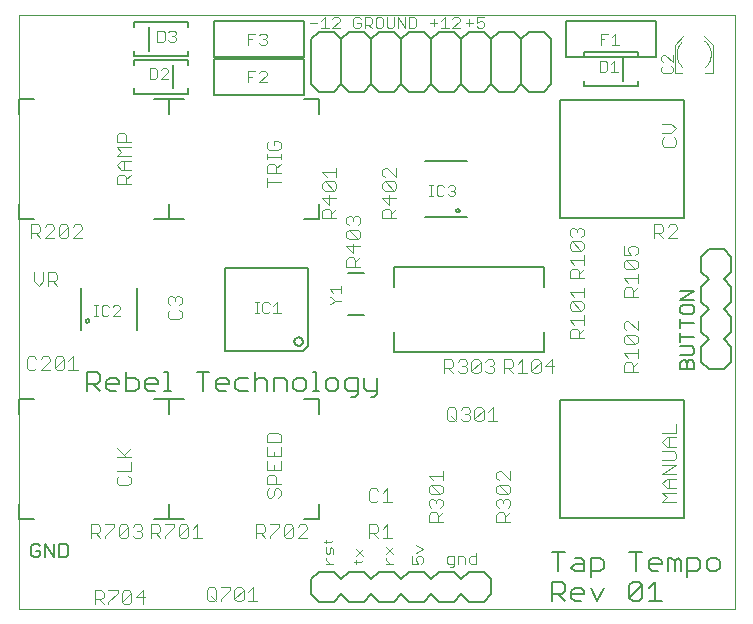
<source format=gto>
G75*
G70*
%OFA0B0*%
%FSLAX24Y24*%
%IPPOS*%
%LPD*%
%AMOC8*
5,1,8,0,0,1.08239X$1,22.5*
%
%ADD10C,0.0000*%
%ADD11C,0.0060*%
%ADD12C,0.0030*%
%ADD13C,0.0040*%
%ADD14C,0.0080*%
%ADD15C,0.0050*%
D10*
X003791Y000319D02*
X027661Y000319D01*
X027661Y020119D01*
X003791Y020119D01*
X003791Y000319D01*
D11*
X006071Y007599D02*
X006071Y008239D01*
X006392Y008239D01*
X006498Y008132D01*
X006498Y007919D01*
X006392Y007812D01*
X006071Y007812D01*
X006285Y007812D02*
X006498Y007599D01*
X006716Y007705D02*
X006716Y007919D01*
X006823Y008026D01*
X007036Y008026D01*
X007143Y007919D01*
X007143Y007812D01*
X006716Y007812D01*
X006716Y007705D02*
X006823Y007599D01*
X007036Y007599D01*
X007360Y007599D02*
X007681Y007599D01*
X007788Y007705D01*
X007788Y007919D01*
X007681Y008026D01*
X007360Y008026D01*
X007360Y008239D02*
X007360Y007599D01*
X008005Y007705D02*
X008005Y007919D01*
X008112Y008026D01*
X008325Y008026D01*
X008432Y007919D01*
X008432Y007812D01*
X008005Y007812D01*
X008005Y007705D02*
X008112Y007599D01*
X008325Y007599D01*
X008650Y007599D02*
X008863Y007599D01*
X008756Y007599D02*
X008756Y008239D01*
X008650Y008239D01*
X009724Y008239D02*
X010151Y008239D01*
X009937Y008239D02*
X009937Y007599D01*
X010368Y007705D02*
X010368Y007919D01*
X010475Y008026D01*
X010689Y008026D01*
X010795Y007919D01*
X010795Y007812D01*
X010368Y007812D01*
X010368Y007705D02*
X010475Y007599D01*
X010689Y007599D01*
X011013Y007705D02*
X011120Y007599D01*
X011440Y007599D01*
X011657Y007599D02*
X011657Y008239D01*
X011764Y008026D02*
X011657Y007919D01*
X011764Y008026D02*
X011978Y008026D01*
X012085Y007919D01*
X012085Y007599D01*
X012302Y007599D02*
X012302Y008026D01*
X012622Y008026D01*
X012729Y007919D01*
X012729Y007599D01*
X012947Y007705D02*
X013053Y007599D01*
X013267Y007599D01*
X013374Y007705D01*
X013374Y007919D01*
X013267Y008026D01*
X013053Y008026D01*
X012947Y007919D01*
X012947Y007705D01*
X013591Y007599D02*
X013805Y007599D01*
X013698Y007599D02*
X013698Y008239D01*
X013591Y008239D01*
X014021Y007919D02*
X014021Y007705D01*
X014128Y007599D01*
X014341Y007599D01*
X014448Y007705D01*
X014448Y007919D01*
X014341Y008026D01*
X014128Y008026D01*
X014021Y007919D01*
X014665Y007919D02*
X014665Y007705D01*
X014772Y007599D01*
X015092Y007599D01*
X015092Y007492D02*
X015092Y008026D01*
X014772Y008026D01*
X014665Y007919D01*
X015092Y007492D02*
X014986Y007385D01*
X014879Y007385D01*
X015310Y007705D02*
X015417Y007599D01*
X015737Y007599D01*
X015737Y007492D02*
X015630Y007385D01*
X015523Y007385D01*
X015737Y007492D02*
X015737Y008026D01*
X015310Y008026D02*
X015310Y007705D01*
X013421Y009078D02*
X013282Y008939D01*
X010661Y008939D01*
X010661Y011699D01*
X013421Y011699D01*
X013421Y009078D01*
X012980Y009239D02*
X012982Y009262D01*
X012988Y009285D01*
X012997Y009306D01*
X013010Y009326D01*
X013026Y009343D01*
X013044Y009357D01*
X013064Y009368D01*
X013086Y009376D01*
X013109Y009380D01*
X013133Y009380D01*
X013156Y009376D01*
X013178Y009368D01*
X013198Y009357D01*
X013216Y009343D01*
X013232Y009326D01*
X013245Y009306D01*
X013254Y009285D01*
X013260Y009262D01*
X013262Y009239D01*
X013260Y009216D01*
X013254Y009193D01*
X013245Y009172D01*
X013232Y009152D01*
X013216Y009135D01*
X013198Y009121D01*
X013178Y009110D01*
X013156Y009102D01*
X013133Y009098D01*
X013109Y009098D01*
X013086Y009102D01*
X013064Y009110D01*
X013044Y009121D01*
X013026Y009135D01*
X013010Y009152D01*
X012997Y009172D01*
X012988Y009193D01*
X012982Y009216D01*
X012980Y009239D01*
X011440Y008026D02*
X011120Y008026D01*
X011013Y007919D01*
X011013Y007705D01*
X007721Y009609D02*
X007721Y011028D01*
X005861Y011028D02*
X005861Y009609D01*
X013791Y017569D02*
X014291Y017569D01*
X014541Y017819D01*
X014541Y019319D01*
X014791Y019569D01*
X015291Y019569D01*
X015541Y019319D01*
X015541Y017819D01*
X015791Y017569D01*
X016291Y017569D01*
X016541Y017819D01*
X016541Y019319D01*
X016791Y019569D01*
X017291Y019569D01*
X017541Y019319D01*
X017541Y017819D01*
X017791Y017569D01*
X018291Y017569D01*
X018541Y017819D01*
X018541Y019319D01*
X018791Y019569D01*
X019291Y019569D01*
X019541Y019319D01*
X019541Y017819D01*
X019791Y017569D01*
X020291Y017569D01*
X020541Y017819D01*
X020541Y019319D01*
X020791Y019569D01*
X021291Y019569D01*
X021541Y019319D01*
X021541Y017819D01*
X021291Y017569D01*
X020791Y017569D01*
X020541Y017819D01*
X019541Y017819D02*
X019291Y017569D01*
X018791Y017569D01*
X018541Y017819D01*
X017541Y017819D02*
X017291Y017569D01*
X016791Y017569D01*
X016541Y017819D01*
X015541Y017819D02*
X015291Y017569D01*
X014791Y017569D01*
X014541Y017819D01*
X013791Y017569D02*
X013541Y017819D01*
X013541Y019319D01*
X013791Y019569D01*
X014291Y019569D01*
X014541Y019319D01*
X015541Y019319D02*
X015791Y019569D01*
X016291Y019569D01*
X016541Y019319D01*
X017541Y019319D02*
X017791Y019569D01*
X018291Y019569D01*
X018541Y019319D01*
X019541Y019319D02*
X019791Y019569D01*
X020291Y019569D01*
X020541Y019319D01*
X018751Y015249D02*
X017332Y015249D01*
X017332Y013389D02*
X018751Y013389D01*
X021571Y002239D02*
X021998Y002239D01*
X021785Y002239D02*
X021785Y001599D01*
X021892Y001239D02*
X021571Y001239D01*
X021571Y000599D01*
X021571Y000812D02*
X021892Y000812D01*
X021998Y000919D01*
X021998Y001132D01*
X021892Y001239D01*
X022216Y000919D02*
X022323Y001026D01*
X022536Y001026D01*
X022643Y000919D01*
X022643Y000812D01*
X022216Y000812D01*
X022216Y000705D02*
X022216Y000919D01*
X022216Y000705D02*
X022323Y000599D01*
X022536Y000599D01*
X022860Y001026D02*
X023074Y000599D01*
X023288Y001026D01*
X022860Y001385D02*
X022860Y002026D01*
X023181Y002026D01*
X023288Y001919D01*
X023288Y001705D01*
X023181Y001599D01*
X022860Y001599D01*
X022643Y001599D02*
X022643Y001919D01*
X022536Y002026D01*
X022323Y002026D01*
X022323Y001812D02*
X022643Y001812D01*
X022643Y001599D02*
X022323Y001599D01*
X022216Y001705D01*
X022323Y001812D01*
X021785Y000812D02*
X021998Y000599D01*
X024150Y000705D02*
X024256Y000599D01*
X024470Y000599D01*
X024577Y000705D01*
X024577Y001132D01*
X024150Y000705D01*
X024150Y001132D01*
X024256Y001239D01*
X024470Y001239D01*
X024577Y001132D01*
X024794Y001026D02*
X025008Y001239D01*
X025008Y000599D01*
X025221Y000599D02*
X024794Y000599D01*
X024901Y001599D02*
X024794Y001705D01*
X024794Y001919D01*
X024901Y002026D01*
X025114Y002026D01*
X025221Y001919D01*
X025221Y001812D01*
X024794Y001812D01*
X024901Y001599D02*
X025114Y001599D01*
X025439Y001599D02*
X025439Y002026D01*
X025545Y002026D01*
X025652Y001919D01*
X025759Y002026D01*
X025866Y001919D01*
X025866Y001599D01*
X025652Y001599D02*
X025652Y001919D01*
X026083Y002026D02*
X026083Y001385D01*
X026083Y001599D02*
X026404Y001599D01*
X026510Y001705D01*
X026510Y001919D01*
X026404Y002026D01*
X026083Y002026D01*
X026728Y001919D02*
X026728Y001705D01*
X026835Y001599D01*
X027048Y001599D01*
X027155Y001705D01*
X027155Y001919D01*
X027048Y002026D01*
X026835Y002026D01*
X026728Y001919D01*
X024577Y002239D02*
X024150Y002239D01*
X024363Y002239D02*
X024363Y001599D01*
D12*
X019040Y001834D02*
X018855Y001834D01*
X018793Y001895D01*
X018793Y002019D01*
X018855Y002081D01*
X019040Y002081D01*
X019040Y002204D02*
X019040Y001834D01*
X018672Y001834D02*
X018672Y002019D01*
X018610Y002081D01*
X018425Y002081D01*
X018425Y001834D01*
X018303Y001834D02*
X018118Y001834D01*
X018056Y001895D01*
X018056Y002019D01*
X018118Y002081D01*
X018303Y002081D01*
X018303Y001772D01*
X018242Y001710D01*
X018180Y001710D01*
X017276Y001895D02*
X017215Y001834D01*
X017276Y001895D02*
X017276Y002019D01*
X017215Y002081D01*
X017091Y002081D01*
X017030Y002019D01*
X017030Y001957D01*
X017091Y001834D01*
X016906Y001834D01*
X016906Y002081D01*
X017030Y002202D02*
X017276Y002325D01*
X017030Y002449D01*
X016276Y002387D02*
X016030Y002141D01*
X016030Y002019D02*
X016030Y001957D01*
X016153Y001834D01*
X016276Y001834D02*
X016030Y001834D01*
X016276Y002141D02*
X016030Y002387D01*
X015276Y002326D02*
X015030Y002079D01*
X015030Y001957D02*
X015030Y001834D01*
X014968Y001895D02*
X015215Y001895D01*
X015276Y001957D01*
X015276Y002079D02*
X015030Y002326D01*
X014276Y002326D02*
X014276Y002141D01*
X014153Y002202D02*
X014153Y002326D01*
X014215Y002387D01*
X014276Y002326D01*
X014153Y002202D02*
X014091Y002141D01*
X014030Y002202D01*
X014030Y002387D01*
X014030Y002509D02*
X014030Y002632D01*
X013968Y002571D02*
X014215Y002571D01*
X014276Y002632D01*
X014030Y002019D02*
X014030Y001957D01*
X014153Y001834D01*
X014276Y001834D02*
X014030Y001834D01*
X007167Y010084D02*
X006920Y010084D01*
X007167Y010331D01*
X007167Y010392D01*
X007105Y010454D01*
X006982Y010454D01*
X006920Y010392D01*
X006799Y010392D02*
X006737Y010454D01*
X006614Y010454D01*
X006552Y010392D01*
X006552Y010145D01*
X006614Y010084D01*
X006737Y010084D01*
X006799Y010145D01*
X006430Y010084D02*
X006306Y010084D01*
X006368Y010084D02*
X006368Y010454D01*
X006306Y010454D02*
X006430Y010454D01*
X011664Y010554D02*
X011788Y010554D01*
X011726Y010554D02*
X011726Y010184D01*
X011664Y010184D02*
X011788Y010184D01*
X011910Y010245D02*
X011971Y010184D01*
X012095Y010184D01*
X012157Y010245D01*
X012278Y010184D02*
X012525Y010184D01*
X012402Y010184D02*
X012402Y010554D01*
X012278Y010431D01*
X012157Y010492D02*
X012095Y010554D01*
X011971Y010554D01*
X011910Y010492D01*
X011910Y010245D01*
X014156Y010484D02*
X014218Y010484D01*
X014341Y010607D01*
X014526Y010607D01*
X014341Y010607D02*
X014218Y010731D01*
X014156Y010731D01*
X014280Y010852D02*
X014156Y010975D01*
X014526Y010975D01*
X014526Y010852D02*
X014526Y011099D01*
X012053Y017884D02*
X011806Y017884D01*
X012053Y018131D01*
X012053Y018192D01*
X011992Y018254D01*
X011868Y018254D01*
X011806Y018192D01*
X011685Y018254D02*
X011438Y018254D01*
X011438Y017884D01*
X011438Y018069D02*
X011562Y018069D01*
X011438Y019134D02*
X011438Y019504D01*
X011685Y019504D01*
X011806Y019442D02*
X011868Y019504D01*
X011992Y019504D01*
X012053Y019442D01*
X012053Y019381D01*
X011992Y019319D01*
X012053Y019257D01*
X012053Y019195D01*
X011992Y019134D01*
X011868Y019134D01*
X011806Y019195D01*
X011930Y019319D02*
X011992Y019319D01*
X011562Y019319D02*
X011438Y019319D01*
X013504Y019869D02*
X013751Y019869D01*
X013872Y019931D02*
X013996Y020054D01*
X013996Y019684D01*
X014119Y019684D02*
X013872Y019684D01*
X014241Y019684D02*
X014487Y019931D01*
X014487Y019992D01*
X014426Y020054D01*
X014302Y020054D01*
X014241Y019992D01*
X014241Y019684D02*
X014487Y019684D01*
X014951Y019745D02*
X015013Y019684D01*
X015137Y019684D01*
X015198Y019745D01*
X015198Y019869D01*
X015075Y019869D01*
X015198Y019992D02*
X015137Y020054D01*
X015013Y020054D01*
X014951Y019992D01*
X014951Y019745D01*
X015320Y019684D02*
X015320Y020054D01*
X015505Y020054D01*
X015567Y019992D01*
X015567Y019869D01*
X015505Y019807D01*
X015320Y019807D01*
X015443Y019807D02*
X015567Y019684D01*
X015688Y019745D02*
X015688Y019992D01*
X015750Y020054D01*
X015873Y020054D01*
X015935Y019992D01*
X015935Y019745D01*
X015873Y019684D01*
X015750Y019684D01*
X015688Y019745D01*
X016056Y019745D02*
X016056Y020054D01*
X016303Y020054D02*
X016303Y019745D01*
X016242Y019684D01*
X016118Y019684D01*
X016056Y019745D01*
X016425Y019684D02*
X016425Y020054D01*
X016672Y019684D01*
X016672Y020054D01*
X016793Y020054D02*
X016793Y019684D01*
X016978Y019684D01*
X017040Y019745D01*
X017040Y019992D01*
X016978Y020054D01*
X016793Y020054D01*
X017504Y019869D02*
X017751Y019869D01*
X017872Y019931D02*
X017996Y020054D01*
X017996Y019684D01*
X018119Y019684D02*
X017872Y019684D01*
X017627Y019745D02*
X017627Y019992D01*
X018241Y019992D02*
X018302Y020054D01*
X018426Y020054D01*
X018487Y019992D01*
X018487Y019931D01*
X018241Y019684D01*
X018487Y019684D01*
X018688Y019869D02*
X018935Y019869D01*
X019056Y019869D02*
X019180Y019931D01*
X019242Y019931D01*
X019303Y019869D01*
X019303Y019745D01*
X019242Y019684D01*
X019118Y019684D01*
X019056Y019745D01*
X019056Y019869D02*
X019056Y020054D01*
X019303Y020054D01*
X018812Y019992D02*
X018812Y019745D01*
X023188Y019504D02*
X023188Y019134D01*
X023188Y019319D02*
X023312Y019319D01*
X023188Y019504D02*
X023435Y019504D01*
X023556Y019381D02*
X023680Y019504D01*
X023680Y019134D01*
X023803Y019134D02*
X023556Y019134D01*
X023648Y018604D02*
X023648Y018234D01*
X023525Y018234D02*
X023772Y018234D01*
X023525Y018481D02*
X023648Y018604D01*
X023403Y018542D02*
X023403Y018295D01*
X023342Y018234D01*
X023156Y018234D01*
X023156Y018604D01*
X023342Y018604D01*
X023403Y018542D01*
X025217Y018614D02*
X025279Y018552D01*
X025217Y018614D02*
X025217Y018737D01*
X025279Y018799D01*
X025341Y018799D01*
X025587Y018552D01*
X025587Y018799D01*
X025526Y018431D02*
X025587Y018369D01*
X025587Y018246D01*
X025526Y018184D01*
X025279Y018184D01*
X025217Y018246D01*
X025217Y018369D01*
X025279Y018431D01*
X009022Y019295D02*
X008960Y019234D01*
X008836Y019234D01*
X008775Y019295D01*
X008653Y019295D02*
X008653Y019542D01*
X008592Y019604D01*
X008406Y019604D01*
X008406Y019234D01*
X008592Y019234D01*
X008653Y019295D01*
X008898Y019419D02*
X008960Y019419D01*
X009022Y019357D01*
X009022Y019295D01*
X008960Y019419D02*
X009022Y019481D01*
X009022Y019542D01*
X008960Y019604D01*
X008836Y019604D01*
X008775Y019542D01*
X008710Y018354D02*
X008586Y018354D01*
X008525Y018292D01*
X008403Y018292D02*
X008342Y018354D01*
X008156Y018354D01*
X008156Y017984D01*
X008342Y017984D01*
X008403Y018045D01*
X008403Y018292D01*
X008710Y018354D02*
X008772Y018292D01*
X008772Y018231D01*
X008525Y017984D01*
X008772Y017984D01*
D13*
X007291Y016185D02*
X007138Y016185D01*
X007061Y016108D01*
X007061Y015878D01*
X007521Y015878D01*
X007368Y015878D02*
X007368Y016108D01*
X007291Y016185D01*
X007061Y015725D02*
X007521Y015725D01*
X007521Y015418D02*
X007061Y015418D01*
X007214Y015571D01*
X007061Y015725D01*
X007214Y015264D02*
X007521Y015264D01*
X007291Y015264D02*
X007291Y014957D01*
X007214Y014957D02*
X007521Y014957D01*
X007521Y014804D02*
X007368Y014651D01*
X007368Y014727D02*
X007368Y014497D01*
X007521Y014497D02*
X007061Y014497D01*
X007061Y014727D01*
X007138Y014804D01*
X007291Y014804D01*
X007368Y014727D01*
X007214Y014957D02*
X007061Y015111D01*
X007214Y015264D01*
X005823Y013149D02*
X005669Y013149D01*
X005593Y013072D01*
X005439Y013072D02*
X005132Y012765D01*
X005209Y012689D01*
X005362Y012689D01*
X005439Y012765D01*
X005439Y013072D01*
X005362Y013149D01*
X005209Y013149D01*
X005132Y013072D01*
X005132Y012765D01*
X004979Y012689D02*
X004672Y012689D01*
X004979Y012996D01*
X004979Y013072D01*
X004902Y013149D01*
X004749Y013149D01*
X004672Y013072D01*
X004518Y013072D02*
X004518Y012919D01*
X004442Y012842D01*
X004211Y012842D01*
X004211Y012689D02*
X004211Y013149D01*
X004442Y013149D01*
X004518Y013072D01*
X004365Y012842D02*
X004518Y012689D01*
X005593Y012689D02*
X005899Y012996D01*
X005899Y013072D01*
X005823Y013149D01*
X005899Y012689D02*
X005593Y012689D01*
X005002Y011549D02*
X005079Y011472D01*
X005079Y011319D01*
X005002Y011242D01*
X004772Y011242D01*
X004925Y011242D02*
X005079Y011089D01*
X004772Y011089D02*
X004772Y011549D01*
X005002Y011549D01*
X004618Y011549D02*
X004618Y011242D01*
X004465Y011089D01*
X004311Y011242D01*
X004311Y011549D01*
X004300Y008749D02*
X004147Y008749D01*
X004070Y008672D01*
X004070Y008365D01*
X004147Y008289D01*
X004300Y008289D01*
X004377Y008365D01*
X004530Y008289D02*
X004837Y008596D01*
X004837Y008672D01*
X004760Y008749D01*
X004607Y008749D01*
X004530Y008672D01*
X004377Y008672D02*
X004300Y008749D01*
X004530Y008289D02*
X004837Y008289D01*
X004991Y008365D02*
X005298Y008672D01*
X005298Y008365D01*
X005221Y008289D01*
X005067Y008289D01*
X004991Y008365D01*
X004991Y008672D01*
X005067Y008749D01*
X005221Y008749D01*
X005298Y008672D01*
X005451Y008596D02*
X005604Y008749D01*
X005604Y008289D01*
X005451Y008289D02*
X005758Y008289D01*
X007061Y005685D02*
X007368Y005378D01*
X007291Y005455D02*
X007521Y005685D01*
X007521Y005378D02*
X007061Y005378D01*
X007521Y005225D02*
X007521Y004918D01*
X007061Y004918D01*
X007138Y004764D02*
X007061Y004688D01*
X007061Y004534D01*
X007138Y004457D01*
X007445Y004457D01*
X007521Y004534D01*
X007521Y004688D01*
X007445Y004764D01*
X007362Y003149D02*
X007209Y003149D01*
X007132Y003072D01*
X007132Y002765D01*
X007439Y003072D01*
X007439Y002765D01*
X007362Y002689D01*
X007209Y002689D01*
X007132Y002765D01*
X006979Y003072D02*
X006672Y002765D01*
X006672Y002689D01*
X006518Y002689D02*
X006365Y002842D01*
X006442Y002842D02*
X006211Y002842D01*
X006211Y002689D02*
X006211Y003149D01*
X006442Y003149D01*
X006518Y003072D01*
X006518Y002919D01*
X006442Y002842D01*
X006672Y003149D02*
X006979Y003149D01*
X006979Y003072D01*
X007362Y003149D02*
X007439Y003072D01*
X007593Y003072D02*
X007669Y003149D01*
X007823Y003149D01*
X007899Y003072D01*
X007899Y002996D01*
X007823Y002919D01*
X007899Y002842D01*
X007899Y002765D01*
X007823Y002689D01*
X007669Y002689D01*
X007593Y002765D01*
X007746Y002919D02*
X007823Y002919D01*
X008211Y002842D02*
X008442Y002842D01*
X008518Y002919D01*
X008518Y003072D01*
X008442Y003149D01*
X008211Y003149D01*
X008211Y002689D01*
X008365Y002842D02*
X008518Y002689D01*
X008672Y002689D02*
X008672Y002765D01*
X008979Y003072D01*
X008979Y003149D01*
X008672Y003149D01*
X009132Y003072D02*
X009132Y002765D01*
X009439Y003072D01*
X009439Y002765D01*
X009362Y002689D01*
X009209Y002689D01*
X009132Y002765D01*
X009132Y003072D02*
X009209Y003149D01*
X009362Y003149D01*
X009439Y003072D01*
X009593Y002996D02*
X009746Y003149D01*
X009746Y002689D01*
X009593Y002689D02*
X009899Y002689D01*
X011711Y002689D02*
X011711Y003149D01*
X011942Y003149D01*
X012018Y003072D01*
X012018Y002919D01*
X011942Y002842D01*
X011711Y002842D01*
X011865Y002842D02*
X012018Y002689D01*
X012172Y002689D02*
X012172Y002765D01*
X012479Y003072D01*
X012479Y003149D01*
X012172Y003149D01*
X012632Y003072D02*
X012632Y002765D01*
X012939Y003072D01*
X012939Y002765D01*
X012862Y002689D01*
X012709Y002689D01*
X012632Y002765D01*
X012632Y003072D02*
X012709Y003149D01*
X012862Y003149D01*
X012939Y003072D01*
X013093Y003072D02*
X013169Y003149D01*
X013323Y003149D01*
X013399Y003072D01*
X013399Y002996D01*
X013093Y002689D01*
X013399Y002689D01*
X012445Y004037D02*
X012521Y004113D01*
X012521Y004267D01*
X012445Y004344D01*
X012368Y004344D01*
X012291Y004267D01*
X012291Y004113D01*
X012214Y004037D01*
X012138Y004037D01*
X012061Y004113D01*
X012061Y004267D01*
X012138Y004344D01*
X012061Y004497D02*
X012061Y004727D01*
X012138Y004804D01*
X012291Y004804D01*
X012368Y004727D01*
X012368Y004497D01*
X012521Y004497D02*
X012061Y004497D01*
X012061Y004957D02*
X012521Y004957D01*
X012521Y005264D01*
X012521Y005418D02*
X012061Y005418D01*
X012061Y005725D01*
X012061Y005878D02*
X012061Y006108D01*
X012138Y006185D01*
X012445Y006185D01*
X012521Y006108D01*
X012521Y005878D01*
X012061Y005878D01*
X012521Y005725D02*
X012521Y005418D01*
X012291Y005418D02*
X012291Y005571D01*
X012061Y005264D02*
X012061Y004957D01*
X012291Y004957D02*
X012291Y005111D01*
X015461Y004272D02*
X015461Y003965D01*
X015538Y003889D01*
X015692Y003889D01*
X015768Y003965D01*
X015922Y003889D02*
X016229Y003889D01*
X016075Y003889D02*
X016075Y004349D01*
X015922Y004196D01*
X015768Y004272D02*
X015692Y004349D01*
X015538Y004349D01*
X015461Y004272D01*
X015461Y003149D02*
X015692Y003149D01*
X015768Y003072D01*
X015768Y002919D01*
X015692Y002842D01*
X015461Y002842D01*
X015461Y002689D02*
X015461Y003149D01*
X015615Y002842D02*
X015768Y002689D01*
X015922Y002689D02*
X016229Y002689D01*
X016075Y002689D02*
X016075Y003149D01*
X015922Y002996D01*
X017461Y003239D02*
X017461Y003469D01*
X017538Y003546D01*
X017691Y003546D01*
X017768Y003469D01*
X017768Y003239D01*
X017768Y003392D02*
X017921Y003546D01*
X017845Y003699D02*
X017921Y003776D01*
X017921Y003929D01*
X017845Y004006D01*
X017768Y004006D01*
X017691Y003929D01*
X017691Y003852D01*
X017691Y003929D02*
X017614Y004006D01*
X017538Y004006D01*
X017461Y003929D01*
X017461Y003776D01*
X017538Y003699D01*
X017538Y004159D02*
X017461Y004236D01*
X017461Y004390D01*
X017538Y004466D01*
X017845Y004159D01*
X017921Y004236D01*
X017921Y004390D01*
X017845Y004466D01*
X017538Y004466D01*
X017614Y004620D02*
X017461Y004773D01*
X017921Y004773D01*
X017921Y004620D02*
X017921Y004927D01*
X017845Y004159D02*
X017538Y004159D01*
X017461Y003239D02*
X017921Y003239D01*
X019711Y003239D02*
X019711Y003469D01*
X019788Y003546D01*
X019941Y003546D01*
X020018Y003469D01*
X020018Y003239D01*
X020018Y003392D02*
X020171Y003546D01*
X020095Y003699D02*
X020171Y003776D01*
X020171Y003929D01*
X020095Y004006D01*
X020018Y004006D01*
X019941Y003929D01*
X019941Y003852D01*
X019941Y003929D02*
X019864Y004006D01*
X019788Y004006D01*
X019711Y003929D01*
X019711Y003776D01*
X019788Y003699D01*
X019788Y004159D02*
X019711Y004236D01*
X019711Y004390D01*
X019788Y004466D01*
X020095Y004159D01*
X020171Y004236D01*
X020171Y004390D01*
X020095Y004466D01*
X019788Y004466D01*
X019788Y004620D02*
X019711Y004697D01*
X019711Y004850D01*
X019788Y004927D01*
X019864Y004927D01*
X020171Y004620D01*
X020171Y004927D01*
X020095Y004159D02*
X019788Y004159D01*
X019711Y003239D02*
X020171Y003239D01*
X019749Y006589D02*
X019443Y006589D01*
X019596Y006589D02*
X019596Y007049D01*
X019443Y006896D01*
X019289Y006972D02*
X019289Y006665D01*
X019212Y006589D01*
X019059Y006589D01*
X018982Y006665D01*
X019289Y006972D01*
X019212Y007049D01*
X019059Y007049D01*
X018982Y006972D01*
X018982Y006665D01*
X018829Y006665D02*
X018752Y006589D01*
X018599Y006589D01*
X018522Y006665D01*
X018368Y006665D02*
X018368Y006972D01*
X018292Y007049D01*
X018138Y007049D01*
X018061Y006972D01*
X018061Y006665D01*
X018138Y006589D01*
X018292Y006589D01*
X018368Y006665D01*
X018368Y006589D02*
X018215Y006742D01*
X018522Y006972D02*
X018599Y007049D01*
X018752Y007049D01*
X018829Y006972D01*
X018829Y006896D01*
X018752Y006819D01*
X018829Y006742D01*
X018829Y006665D01*
X018752Y006819D02*
X018675Y006819D01*
X018652Y008189D02*
X018499Y008189D01*
X018422Y008265D01*
X018268Y008189D02*
X018115Y008342D01*
X018192Y008342D02*
X017961Y008342D01*
X017961Y008189D02*
X017961Y008649D01*
X018192Y008649D01*
X018268Y008572D01*
X018268Y008419D01*
X018192Y008342D01*
X018575Y008419D02*
X018652Y008419D01*
X018729Y008342D01*
X018729Y008265D01*
X018652Y008189D01*
X018652Y008419D02*
X018729Y008496D01*
X018729Y008572D01*
X018652Y008649D01*
X018499Y008649D01*
X018422Y008572D01*
X018882Y008572D02*
X018882Y008265D01*
X019189Y008572D01*
X019189Y008265D01*
X019112Y008189D01*
X018959Y008189D01*
X018882Y008265D01*
X018882Y008572D02*
X018959Y008649D01*
X019112Y008649D01*
X019189Y008572D01*
X019343Y008572D02*
X019419Y008649D01*
X019573Y008649D01*
X019649Y008572D01*
X019649Y008496D01*
X019573Y008419D01*
X019649Y008342D01*
X019649Y008265D01*
X019573Y008189D01*
X019419Y008189D01*
X019343Y008265D01*
X019496Y008419D02*
X019573Y008419D01*
X019961Y008342D02*
X020192Y008342D01*
X020268Y008419D01*
X020268Y008572D01*
X020192Y008649D01*
X019961Y008649D01*
X019961Y008189D01*
X020115Y008342D02*
X020268Y008189D01*
X020422Y008189D02*
X020729Y008189D01*
X020575Y008189D02*
X020575Y008649D01*
X020422Y008496D01*
X020882Y008572D02*
X020882Y008265D01*
X021189Y008572D01*
X021189Y008265D01*
X021112Y008189D01*
X020959Y008189D01*
X020882Y008265D01*
X020882Y008572D02*
X020959Y008649D01*
X021112Y008649D01*
X021189Y008572D01*
X021343Y008419D02*
X021649Y008419D01*
X021573Y008189D02*
X021573Y008649D01*
X021343Y008419D01*
X022161Y009347D02*
X022161Y009577D01*
X022238Y009654D01*
X022391Y009654D01*
X022468Y009577D01*
X022468Y009347D01*
X022621Y009347D02*
X022161Y009347D01*
X022468Y009501D02*
X022621Y009654D01*
X022621Y009807D02*
X022621Y010114D01*
X022621Y009961D02*
X022161Y009961D01*
X022314Y009807D01*
X022238Y010268D02*
X022161Y010345D01*
X022161Y010498D01*
X022238Y010575D01*
X022545Y010268D01*
X022621Y010345D01*
X022621Y010498D01*
X022545Y010575D01*
X022238Y010575D01*
X022314Y010728D02*
X022161Y010882D01*
X022621Y010882D01*
X022621Y011035D02*
X022621Y010728D01*
X022545Y010268D02*
X022238Y010268D01*
X022161Y011347D02*
X022161Y011577D01*
X022238Y011654D01*
X022391Y011654D01*
X022468Y011577D01*
X022468Y011347D01*
X022621Y011347D02*
X022161Y011347D01*
X022468Y011501D02*
X022621Y011654D01*
X022621Y011807D02*
X022621Y012114D01*
X022621Y011961D02*
X022161Y011961D01*
X022314Y011807D01*
X022238Y012268D02*
X022161Y012345D01*
X022161Y012498D01*
X022238Y012575D01*
X022545Y012268D01*
X022621Y012345D01*
X022621Y012498D01*
X022545Y012575D01*
X022238Y012575D01*
X022238Y012728D02*
X022161Y012805D01*
X022161Y012958D01*
X022238Y013035D01*
X022314Y013035D01*
X022391Y012958D01*
X022468Y013035D01*
X022545Y013035D01*
X022621Y012958D01*
X022621Y012805D01*
X022545Y012728D01*
X022391Y012882D02*
X022391Y012958D01*
X022545Y012268D02*
X022238Y012268D01*
X023961Y012120D02*
X024191Y012120D01*
X024114Y012273D01*
X024114Y012350D01*
X024191Y012427D01*
X024345Y012427D01*
X024421Y012350D01*
X024421Y012197D01*
X024345Y012120D01*
X024345Y011966D02*
X024421Y011890D01*
X024421Y011736D01*
X024345Y011659D01*
X024038Y011966D01*
X024345Y011966D01*
X024345Y011659D02*
X024038Y011659D01*
X023961Y011736D01*
X023961Y011890D01*
X024038Y011966D01*
X023961Y012120D02*
X023961Y012427D01*
X024421Y011506D02*
X024421Y011199D01*
X024421Y011046D02*
X024268Y010892D01*
X024268Y010969D02*
X024268Y010739D01*
X024421Y010739D02*
X023961Y010739D01*
X023961Y010969D01*
X024038Y011046D01*
X024191Y011046D01*
X024268Y010969D01*
X024114Y011199D02*
X023961Y011352D01*
X024421Y011352D01*
X024421Y009927D02*
X024421Y009620D01*
X024114Y009927D01*
X024038Y009927D01*
X023961Y009850D01*
X023961Y009697D01*
X024038Y009620D01*
X024038Y009466D02*
X024345Y009159D01*
X024421Y009236D01*
X024421Y009390D01*
X024345Y009466D01*
X024038Y009466D01*
X023961Y009390D01*
X023961Y009236D01*
X024038Y009159D01*
X024345Y009159D01*
X024421Y009006D02*
X024421Y008699D01*
X024421Y008546D02*
X024268Y008392D01*
X024268Y008469D02*
X024268Y008239D01*
X024421Y008239D02*
X023961Y008239D01*
X023961Y008469D01*
X024038Y008546D01*
X024191Y008546D01*
X024268Y008469D01*
X024114Y008699D02*
X023961Y008852D01*
X024421Y008852D01*
X025697Y006504D02*
X025697Y006197D01*
X025236Y006197D01*
X025390Y006044D02*
X025697Y006044D01*
X025466Y006044D02*
X025466Y005737D01*
X025390Y005737D02*
X025697Y005737D01*
X025620Y005583D02*
X025236Y005583D01*
X025390Y005737D02*
X025236Y005890D01*
X025390Y006044D01*
X025620Y005583D02*
X025697Y005507D01*
X025697Y005353D01*
X025620Y005276D01*
X025236Y005276D01*
X025236Y005123D02*
X025697Y005123D01*
X025236Y004816D01*
X025697Y004816D01*
X025697Y004662D02*
X025390Y004662D01*
X025236Y004509D01*
X025390Y004356D01*
X025697Y004356D01*
X025697Y004202D02*
X025236Y004202D01*
X025390Y004049D01*
X025236Y003895D01*
X025697Y003895D01*
X025466Y004356D02*
X025466Y004662D01*
X025422Y012689D02*
X025729Y012996D01*
X025729Y013072D01*
X025652Y013149D01*
X025499Y013149D01*
X025422Y013072D01*
X025268Y013072D02*
X025268Y012919D01*
X025192Y012842D01*
X024961Y012842D01*
X024961Y012689D02*
X024961Y013149D01*
X025192Y013149D01*
X025268Y013072D01*
X025115Y012842D02*
X025268Y012689D01*
X025422Y012689D02*
X025729Y012689D01*
X025620Y015737D02*
X025313Y015737D01*
X025236Y015813D01*
X025236Y015967D01*
X025313Y016044D01*
X025236Y016197D02*
X025543Y016197D01*
X025697Y016351D01*
X025543Y016504D01*
X025236Y016504D01*
X025620Y016044D02*
X025697Y015967D01*
X025697Y015813D01*
X025620Y015737D01*
X025661Y018189D02*
X025661Y019134D01*
X025937Y019409D01*
X026646Y019271D02*
X026681Y019241D01*
X026713Y019209D01*
X026743Y019174D01*
X026770Y019136D01*
X026794Y019097D01*
X026814Y019056D01*
X026832Y019013D01*
X026845Y018969D01*
X026855Y018924D01*
X026862Y018879D01*
X026865Y018833D01*
X026864Y018787D01*
X026860Y018741D01*
X026851Y018696D01*
X026840Y018651D01*
X026824Y018608D01*
X026806Y018566D01*
X026783Y018525D01*
X026758Y018487D01*
X026730Y018450D01*
X026699Y018416D01*
X026665Y018385D01*
X026665Y018189D02*
X026921Y018189D01*
X026921Y019134D01*
X026646Y019409D01*
X025917Y019252D02*
X025883Y019220D01*
X025852Y019185D01*
X025823Y019148D01*
X025798Y019109D01*
X025776Y019068D01*
X025757Y019025D01*
X025742Y018980D01*
X025731Y018935D01*
X025723Y018889D01*
X025719Y018842D01*
X025719Y018796D01*
X025723Y018749D01*
X025731Y018703D01*
X025742Y018658D01*
X025757Y018613D01*
X025776Y018570D01*
X025798Y018529D01*
X025823Y018490D01*
X025852Y018453D01*
X025883Y018418D01*
X025917Y018386D01*
X025917Y018189D02*
X025661Y018189D01*
X018333Y014389D02*
X018333Y014329D01*
X018273Y014269D01*
X018333Y014209D01*
X018333Y014149D01*
X018273Y014089D01*
X018153Y014089D01*
X018093Y014149D01*
X017965Y014149D02*
X017905Y014089D01*
X017785Y014089D01*
X017725Y014149D01*
X017725Y014389D01*
X017785Y014449D01*
X017905Y014449D01*
X017965Y014389D01*
X018093Y014389D02*
X018153Y014449D01*
X018273Y014449D01*
X018333Y014389D01*
X018273Y014269D02*
X018213Y014269D01*
X017599Y014449D02*
X017479Y014449D01*
X017539Y014449D02*
X017539Y014089D01*
X017479Y014089D02*
X017599Y014089D01*
X016371Y014038D02*
X015911Y014038D01*
X016141Y013807D01*
X016141Y014114D01*
X015988Y014268D02*
X015911Y014345D01*
X015911Y014498D01*
X015988Y014575D01*
X016295Y014268D01*
X016371Y014345D01*
X016371Y014498D01*
X016295Y014575D01*
X015988Y014575D01*
X015988Y014728D02*
X015911Y014805D01*
X015911Y014958D01*
X015988Y015035D01*
X016064Y015035D01*
X016371Y014728D01*
X016371Y015035D01*
X016295Y014268D02*
X015988Y014268D01*
X015988Y013654D02*
X015911Y013577D01*
X015911Y013347D01*
X016371Y013347D01*
X016218Y013347D02*
X016218Y013577D01*
X016141Y013654D01*
X015988Y013654D01*
X016218Y013501D02*
X016371Y013654D01*
X015171Y013350D02*
X015171Y013197D01*
X015095Y013120D01*
X015095Y012966D02*
X014788Y012966D01*
X015095Y012659D01*
X015171Y012736D01*
X015171Y012890D01*
X015095Y012966D01*
X015095Y012659D02*
X014788Y012659D01*
X014711Y012736D01*
X014711Y012890D01*
X014788Y012966D01*
X014788Y013120D02*
X014711Y013197D01*
X014711Y013350D01*
X014788Y013427D01*
X014864Y013427D01*
X014941Y013350D01*
X015018Y013427D01*
X015095Y013427D01*
X015171Y013350D01*
X014941Y013350D02*
X014941Y013273D01*
X014371Y013347D02*
X013911Y013347D01*
X013911Y013577D01*
X013988Y013654D01*
X014141Y013654D01*
X014218Y013577D01*
X014218Y013347D01*
X014218Y013501D02*
X014371Y013654D01*
X014141Y013807D02*
X014141Y014114D01*
X013988Y014268D02*
X013911Y014345D01*
X013911Y014498D01*
X013988Y014575D01*
X014295Y014268D01*
X014371Y014345D01*
X014371Y014498D01*
X014295Y014575D01*
X013988Y014575D01*
X014064Y014728D02*
X013911Y014882D01*
X014371Y014882D01*
X014371Y015035D02*
X014371Y014728D01*
X014295Y014268D02*
X013988Y014268D01*
X013911Y014038D02*
X014141Y013807D01*
X014371Y014038D02*
X013911Y014038D01*
X012521Y014554D02*
X012061Y014554D01*
X012061Y014401D02*
X012061Y014707D01*
X012061Y014861D02*
X012061Y015091D01*
X012138Y015168D01*
X012291Y015168D01*
X012368Y015091D01*
X012368Y014861D01*
X012368Y015014D02*
X012521Y015168D01*
X012521Y015321D02*
X012521Y015475D01*
X012521Y015398D02*
X012061Y015398D01*
X012061Y015321D02*
X012061Y015475D01*
X012138Y015628D02*
X012445Y015628D01*
X012521Y015705D01*
X012521Y015858D01*
X012445Y015935D01*
X012291Y015935D01*
X012291Y015782D01*
X012138Y015935D02*
X012061Y015858D01*
X012061Y015705D01*
X012138Y015628D01*
X012061Y014861D02*
X012521Y014861D01*
X014711Y012429D02*
X014941Y012199D01*
X014941Y012506D01*
X015171Y012429D02*
X014711Y012429D01*
X014788Y012046D02*
X014941Y012046D01*
X015018Y011969D01*
X015018Y011739D01*
X015018Y011892D02*
X015171Y012046D01*
X015171Y011739D02*
X014711Y011739D01*
X014711Y011969D01*
X014788Y012046D01*
X009221Y010679D02*
X009221Y010526D01*
X009145Y010449D01*
X009145Y010296D02*
X009221Y010219D01*
X009221Y010065D01*
X009145Y009989D01*
X008838Y009989D01*
X008761Y010065D01*
X008761Y010219D01*
X008838Y010296D01*
X008838Y010449D02*
X008761Y010526D01*
X008761Y010679D01*
X008838Y010756D01*
X008914Y010756D01*
X008991Y010679D01*
X009068Y010756D01*
X009145Y010756D01*
X009221Y010679D01*
X008991Y010679D02*
X008991Y010602D01*
X010138Y001049D02*
X010061Y000972D01*
X010061Y000665D01*
X010138Y000589D01*
X010292Y000589D01*
X010368Y000665D01*
X010368Y000972D01*
X010292Y001049D01*
X010138Y001049D01*
X010215Y000742D02*
X010368Y000589D01*
X010522Y000589D02*
X010522Y000665D01*
X010829Y000972D01*
X010829Y001049D01*
X010522Y001049D01*
X010982Y000972D02*
X010982Y000665D01*
X011289Y000972D01*
X011289Y000665D01*
X011212Y000589D01*
X011059Y000589D01*
X010982Y000665D01*
X011443Y000589D02*
X011749Y000589D01*
X011596Y000589D02*
X011596Y001049D01*
X011443Y000896D01*
X011289Y000972D02*
X011212Y001049D01*
X011059Y001049D01*
X010982Y000972D01*
X008008Y000719D02*
X007701Y000719D01*
X007931Y000949D01*
X007931Y000489D01*
X007548Y000565D02*
X007471Y000489D01*
X007317Y000489D01*
X007241Y000565D01*
X007548Y000872D01*
X007548Y000565D01*
X007548Y000872D02*
X007471Y000949D01*
X007317Y000949D01*
X007241Y000872D01*
X007241Y000565D01*
X007087Y000872D02*
X006780Y000565D01*
X006780Y000489D01*
X006627Y000489D02*
X006473Y000642D01*
X006550Y000642D02*
X006320Y000642D01*
X006320Y000489D02*
X006320Y000949D01*
X006550Y000949D01*
X006627Y000872D01*
X006627Y000719D01*
X006550Y000642D01*
X006780Y000949D02*
X007087Y000949D01*
X007087Y000872D01*
D14*
X013541Y000819D02*
X013541Y001319D01*
X013791Y001569D01*
X014291Y001569D01*
X014541Y001319D01*
X014791Y001569D01*
X015291Y001569D01*
X015541Y001319D01*
X015791Y001569D01*
X016291Y001569D01*
X016541Y001319D01*
X016791Y001569D01*
X017291Y001569D01*
X017541Y001319D01*
X017791Y001569D01*
X018291Y001569D01*
X018541Y001319D01*
X018791Y001569D01*
X019291Y001569D01*
X019541Y001319D01*
X019541Y000819D01*
X019291Y000569D01*
X018791Y000569D01*
X018541Y000819D01*
X018291Y000569D01*
X017791Y000569D01*
X017541Y000819D01*
X017291Y000569D01*
X016791Y000569D01*
X016541Y000819D01*
X016291Y000569D01*
X015791Y000569D01*
X015541Y000819D01*
X015291Y000569D01*
X014791Y000569D01*
X014541Y000819D01*
X014291Y000569D01*
X013791Y000569D01*
X013541Y000819D01*
X021823Y003350D02*
X021823Y007287D01*
X021291Y008901D02*
X021291Y009569D01*
X021291Y008901D02*
X016291Y008901D01*
X016291Y009569D01*
X015297Y010110D02*
X014785Y010110D01*
X016291Y011069D02*
X016291Y011736D01*
X021291Y011736D01*
X021291Y011069D01*
X021823Y013350D02*
X021823Y017287D01*
X022636Y017748D02*
X022636Y017925D01*
X022636Y017748D02*
X024447Y017748D01*
X024447Y017925D01*
X023935Y017925D02*
X023935Y018712D01*
X024447Y018712D02*
X024447Y018889D01*
X022636Y018889D01*
X022636Y018712D01*
X022041Y018719D02*
X022041Y019919D01*
X025041Y019919D01*
X025041Y018719D01*
X022041Y018719D01*
X025957Y017287D02*
X025957Y013350D01*
X026791Y012319D02*
X027291Y012319D01*
X027541Y012069D01*
X027541Y011569D01*
X027291Y011319D01*
X027541Y011069D01*
X027541Y010569D01*
X027291Y010319D01*
X027541Y010069D01*
X027541Y009569D01*
X027291Y009319D01*
X027541Y009069D01*
X027541Y008569D01*
X027291Y008319D01*
X026791Y008319D01*
X026541Y008569D01*
X026541Y009069D01*
X026791Y009319D01*
X026541Y009569D01*
X026541Y010069D01*
X026791Y010319D01*
X026541Y010569D01*
X026541Y011069D01*
X026791Y011319D01*
X026541Y011569D01*
X026541Y012069D01*
X026791Y012319D01*
X025957Y007287D02*
X025957Y003350D01*
X015297Y011527D02*
X014785Y011527D01*
X018374Y013609D02*
X018376Y013624D01*
X018382Y013637D01*
X018391Y013649D01*
X018402Y013658D01*
X018416Y013664D01*
X018431Y013666D01*
X018446Y013664D01*
X018459Y013658D01*
X018471Y013649D01*
X018480Y013638D01*
X018486Y013624D01*
X018488Y013609D01*
X018486Y013594D01*
X018480Y013581D01*
X018471Y013569D01*
X018460Y013560D01*
X018446Y013554D01*
X018431Y013552D01*
X018416Y013554D01*
X018403Y013560D01*
X018391Y013569D01*
X018382Y013580D01*
X018376Y013594D01*
X018374Y013609D01*
X013291Y017469D02*
X013291Y018669D01*
X010291Y018669D01*
X010291Y017469D01*
X013291Y017469D01*
X013291Y018719D02*
X010291Y018719D01*
X010291Y019919D01*
X013291Y019919D01*
X013291Y018719D01*
X009447Y018748D02*
X007636Y018748D01*
X007636Y018925D01*
X007636Y018639D02*
X009447Y018639D01*
X009447Y018462D01*
X009447Y018748D02*
X009447Y018925D01*
X008935Y018462D02*
X008935Y017675D01*
X009447Y017675D02*
X009447Y017498D01*
X007636Y017498D01*
X007636Y017675D01*
X007636Y018462D02*
X007636Y018639D01*
X008148Y018925D02*
X008148Y019712D01*
X007636Y019712D02*
X007636Y019889D01*
X009447Y019889D01*
X009447Y019712D01*
X006024Y009929D02*
X006026Y009944D01*
X006032Y009957D01*
X006041Y009969D01*
X006052Y009978D01*
X006066Y009984D01*
X006081Y009986D01*
X006096Y009984D01*
X006109Y009978D01*
X006121Y009969D01*
X006130Y009958D01*
X006136Y009944D01*
X006138Y009929D01*
X006136Y009914D01*
X006130Y009901D01*
X006121Y009889D01*
X006110Y009880D01*
X006096Y009874D01*
X006081Y009872D01*
X006066Y009874D01*
X006053Y009880D01*
X006041Y009889D01*
X006032Y009900D01*
X006026Y009914D01*
X006024Y009929D01*
D15*
X004291Y007319D02*
X003791Y007319D01*
X003791Y006819D01*
X003791Y003819D02*
X003791Y003319D01*
X004291Y003319D01*
X004291Y002494D02*
X004216Y002419D01*
X004216Y002119D01*
X004291Y002044D01*
X004442Y002044D01*
X004517Y002119D01*
X004517Y002269D01*
X004367Y002269D01*
X004517Y002419D02*
X004442Y002494D01*
X004291Y002494D01*
X004677Y002494D02*
X004977Y002044D01*
X004977Y002494D01*
X005137Y002494D02*
X005362Y002494D01*
X005437Y002419D01*
X005437Y002119D01*
X005362Y002044D01*
X005137Y002044D01*
X005137Y002494D01*
X004677Y002494D02*
X004677Y002044D01*
X008291Y003319D02*
X008791Y003319D01*
X008791Y003819D01*
X008791Y003319D01*
X009291Y003319D01*
X013291Y003319D02*
X013791Y003319D01*
X013791Y003819D01*
X013791Y006819D02*
X013791Y007319D01*
X013291Y007319D01*
X009291Y007319D02*
X008791Y007319D01*
X008791Y006819D01*
X008791Y007319D01*
X008291Y007319D01*
X008291Y013319D02*
X008791Y013319D01*
X008791Y013819D01*
X008791Y013319D01*
X009291Y013319D01*
X013291Y013319D02*
X013791Y013319D01*
X013791Y013819D01*
X013791Y016819D02*
X013791Y017319D01*
X013291Y017319D01*
X009291Y017319D02*
X008791Y017319D01*
X008791Y016819D01*
X008791Y017319D01*
X008291Y017319D01*
X004291Y017319D02*
X003791Y017319D01*
X003791Y016819D01*
X003791Y013819D02*
X003791Y013319D01*
X004291Y013319D01*
X021823Y013350D02*
X025957Y013350D01*
X025846Y010916D02*
X026296Y010916D01*
X025846Y010616D01*
X026296Y010616D01*
X026221Y010455D02*
X025921Y010455D01*
X025846Y010380D01*
X025846Y010230D01*
X025921Y010155D01*
X026221Y010155D01*
X026296Y010230D01*
X026296Y010380D01*
X026221Y010455D01*
X025846Y009995D02*
X025846Y009695D01*
X025846Y009845D02*
X026296Y009845D01*
X026296Y009385D02*
X025846Y009385D01*
X025846Y009535D02*
X025846Y009234D01*
X025846Y009074D02*
X026221Y009074D01*
X026296Y008999D01*
X026296Y008849D01*
X026221Y008774D01*
X025846Y008774D01*
X025921Y008614D02*
X025996Y008614D01*
X026071Y008539D01*
X026071Y008314D01*
X026071Y008539D02*
X026146Y008614D01*
X026221Y008614D01*
X026296Y008539D01*
X026296Y008314D01*
X025846Y008314D01*
X025846Y008539D01*
X025921Y008614D01*
X025957Y007287D02*
X021823Y007287D01*
X021823Y003350D02*
X025957Y003350D01*
X025957Y017287D02*
X021823Y017287D01*
M02*

</source>
